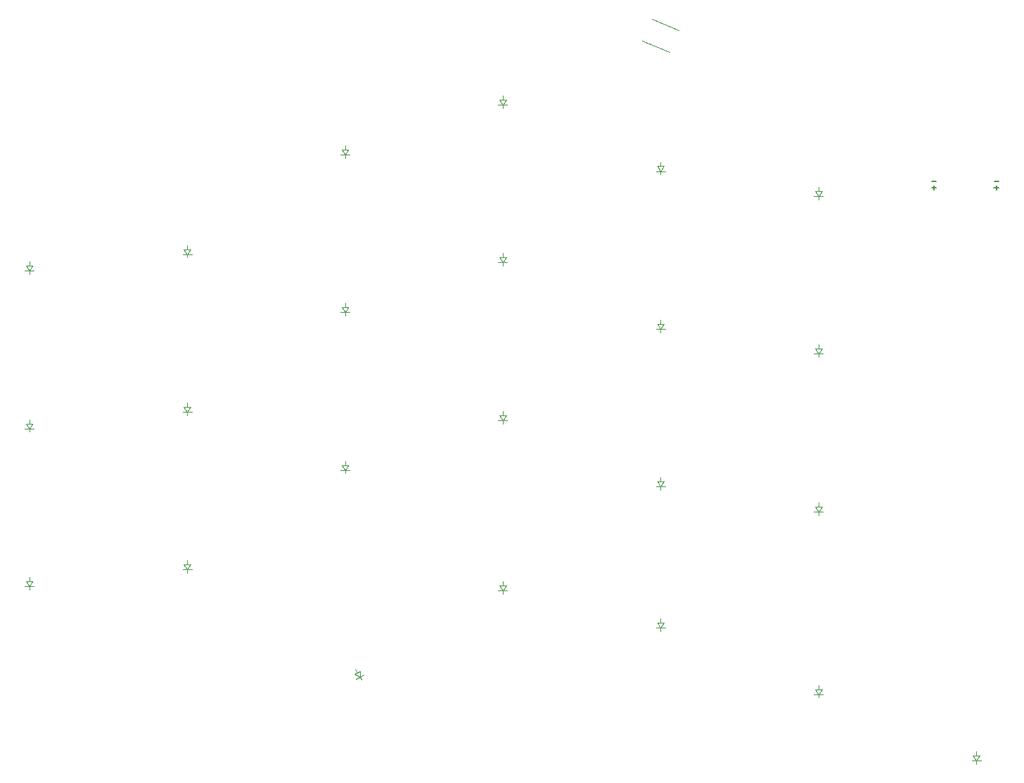
<source format=gbr>
%TF.GenerationSoftware,KiCad,Pcbnew,(6.0.9)*%
%TF.CreationDate,2023-04-16T18:35:51+02:00*%
%TF.ProjectId,iteMX_pcb,6974654d-585f-4706-9362-2e6b69636164,v1.0.0*%
%TF.SameCoordinates,Original*%
%TF.FileFunction,Legend,Bot*%
%TF.FilePolarity,Positive*%
%FSLAX46Y46*%
G04 Gerber Fmt 4.6, Leading zero omitted, Abs format (unit mm)*
G04 Created by KiCad (PCBNEW (6.0.9)) date 2023-04-16 18:35:51*
%MOMM*%
%LPD*%
G01*
G04 APERTURE LIST*
%ADD10C,0.150000*%
%ADD11C,0.100000*%
G04 APERTURE END LIST*
D10*
%TO.C,REF\u002A\u002A*%
X112146666Y44420000D02*
X111613333Y44420000D01*
X119706666Y44450000D02*
X119173333Y44450000D01*
X119666666Y43680000D02*
X119133333Y43680000D01*
X119400000Y43413333D02*
X119400000Y43946666D01*
X112176666Y43670000D02*
X111643333Y43670000D01*
X111910000Y43403333D02*
X111910000Y43936666D01*
D11*
%TO.C,D19*%
X42773076Y-15267211D02*
X43249390Y-14992211D01*
X42819486Y-14547596D02*
X42773076Y-15267211D01*
X42773076Y-15267211D02*
X42296762Y-15542211D01*
X42773076Y-15267211D02*
X42126666Y-14947596D01*
X42126666Y-14947596D02*
X42819486Y-14547596D01*
X42973076Y-15613621D02*
X42773076Y-15267211D01*
X42473076Y-14747596D02*
X42223076Y-14314583D01*
%TO.C,D18*%
X98400000Y43250000D02*
X98000000Y42650000D01*
X98000000Y42650000D02*
X97450000Y42650000D01*
X98000000Y42250000D02*
X98000000Y42650000D01*
X98000000Y42650000D02*
X98550000Y42650000D01*
X98000000Y42650000D02*
X97600000Y43250000D01*
X98000000Y43250000D02*
X98000000Y43750000D01*
X97600000Y43250000D02*
X98400000Y43250000D01*
%TO.C,D15*%
X79000000Y45650000D02*
X78600000Y46250000D01*
X79000000Y46250000D02*
X79000000Y46750000D01*
X79000000Y45250000D02*
X79000000Y45650000D01*
X79400000Y46250000D02*
X79000000Y45650000D01*
X79000000Y45650000D02*
X79550000Y45650000D01*
X78600000Y46250000D02*
X79400000Y46250000D01*
X79000000Y45650000D02*
X78450000Y45650000D01*
%TO.C,D10*%
X59600000Y16250000D02*
X60400000Y16250000D01*
X60400000Y16250000D02*
X60000000Y15650000D01*
X60000000Y15650000D02*
X60550000Y15650000D01*
X60000000Y15650000D02*
X59450000Y15650000D01*
X60000000Y16250000D02*
X60000000Y16750000D01*
X60000000Y15250000D02*
X60000000Y15650000D01*
X60000000Y15650000D02*
X59600000Y16250000D01*
%TO.C,D20*%
X59600000Y-4250000D02*
X60400000Y-4250000D01*
X60000000Y-5250000D02*
X60000000Y-4850000D01*
X60000000Y-4850000D02*
X59450000Y-4850000D01*
X60000000Y-4850000D02*
X60550000Y-4850000D01*
X60400000Y-4250000D02*
X60000000Y-4850000D01*
X60000000Y-4850000D02*
X59600000Y-4250000D01*
X60000000Y-4250000D02*
X60000000Y-3750000D01*
%TO.C,D3*%
X3000000Y33650000D02*
X2600000Y34250000D01*
X3000000Y34250000D02*
X3000000Y34750000D01*
X3000000Y33650000D02*
X2450000Y33650000D01*
X2600000Y34250000D02*
X3400000Y34250000D01*
X3000000Y33250000D02*
X3000000Y33650000D01*
X3000000Y33650000D02*
X3550000Y33650000D01*
X3400000Y34250000D02*
X3000000Y33650000D01*
%TO.C,D1*%
X3000000Y-3750000D02*
X3000000Y-3250000D01*
X3400000Y-3750000D02*
X3000000Y-4350000D01*
X3000000Y-4350000D02*
X2600000Y-3750000D01*
X3000000Y-4750000D02*
X3000000Y-4350000D01*
X3000000Y-4350000D02*
X2450000Y-4350000D01*
X2600000Y-3750000D02*
X3400000Y-3750000D01*
X3000000Y-4350000D02*
X3550000Y-4350000D01*
%TO.C,D9*%
X41000000Y47650000D02*
X40450000Y47650000D01*
X41000000Y47650000D02*
X41550000Y47650000D01*
X41400000Y48250000D02*
X41000000Y47650000D01*
X41000000Y47250000D02*
X41000000Y47650000D01*
X40600000Y48250000D02*
X41400000Y48250000D01*
X41000000Y48250000D02*
X41000000Y48750000D01*
X41000000Y47650000D02*
X40600000Y48250000D01*
%TO.C,D8*%
X41000000Y28650000D02*
X41550000Y28650000D01*
X41000000Y28650000D02*
X40600000Y29250000D01*
X41400000Y29250000D02*
X41000000Y28650000D01*
X41000000Y29250000D02*
X41000000Y29750000D01*
X41000000Y28250000D02*
X41000000Y28650000D01*
X41000000Y28650000D02*
X40450000Y28650000D01*
X40600000Y29250000D02*
X41400000Y29250000D01*
%TO.C,D13*%
X79000000Y8250000D02*
X79000000Y8750000D01*
X78600000Y8250000D02*
X79400000Y8250000D01*
X79000000Y7650000D02*
X78450000Y7650000D01*
X79000000Y7650000D02*
X78600000Y8250000D01*
X79000000Y7650000D02*
X79550000Y7650000D01*
X79400000Y8250000D02*
X79000000Y7650000D01*
X79000000Y7250000D02*
X79000000Y7650000D01*
%TO.C,REF\u002A\u002A*%
X77948637Y64014854D02*
X81175158Y62658549D01*
X76778749Y61360826D02*
X80051363Y59985146D01*
%TO.C,D23*%
X117000000Y-24750000D02*
X117000000Y-24250000D01*
X117000000Y-25350000D02*
X116450000Y-25350000D01*
X117000000Y-25350000D02*
X117550000Y-25350000D01*
X117000000Y-25350000D02*
X116600000Y-24750000D01*
X117400000Y-24750000D02*
X117000000Y-25350000D01*
X116600000Y-24750000D02*
X117400000Y-24750000D01*
X117000000Y-25750000D02*
X117000000Y-25350000D01*
%TO.C,D5*%
X22000000Y16650000D02*
X21600000Y17250000D01*
X22000000Y16650000D02*
X21450000Y16650000D01*
X21600000Y17250000D02*
X22400000Y17250000D01*
X22400000Y17250000D02*
X22000000Y16650000D01*
X22000000Y17250000D02*
X22000000Y17750000D01*
X22000000Y16650000D02*
X22550000Y16650000D01*
X22000000Y16250000D02*
X22000000Y16650000D01*
%TO.C,D12*%
X60000000Y53250000D02*
X60000000Y53650000D01*
X60000000Y54250000D02*
X60000000Y54750000D01*
X60000000Y53650000D02*
X59450000Y53650000D01*
X59600000Y54250000D02*
X60400000Y54250000D01*
X60000000Y53650000D02*
X60550000Y53650000D01*
X60000000Y53650000D02*
X59600000Y54250000D01*
X60400000Y54250000D02*
X60000000Y53650000D01*
%TO.C,D21*%
X79000000Y-9350000D02*
X79550000Y-9350000D01*
X78600000Y-8750000D02*
X79400000Y-8750000D01*
X79000000Y-9350000D02*
X78450000Y-9350000D01*
X79000000Y-9750000D02*
X79000000Y-9350000D01*
X79000000Y-9350000D02*
X78600000Y-8750000D01*
X79400000Y-8750000D02*
X79000000Y-9350000D01*
X79000000Y-8750000D02*
X79000000Y-8250000D01*
%TO.C,D17*%
X98000000Y23250000D02*
X98000000Y23650000D01*
X98000000Y24250000D02*
X98000000Y24750000D01*
X98000000Y23650000D02*
X97600000Y24250000D01*
X98000000Y23650000D02*
X97450000Y23650000D01*
X98000000Y23650000D02*
X98550000Y23650000D01*
X98400000Y24250000D02*
X98000000Y23650000D01*
X97600000Y24250000D02*
X98400000Y24250000D01*
%TO.C,D16*%
X98000000Y4650000D02*
X97450000Y4650000D01*
X98400000Y5250000D02*
X98000000Y4650000D01*
X98000000Y4650000D02*
X97600000Y5250000D01*
X98000000Y4650000D02*
X98550000Y4650000D01*
X98000000Y4250000D02*
X98000000Y4650000D01*
X98000000Y5250000D02*
X98000000Y5750000D01*
X97600000Y5250000D02*
X98400000Y5250000D01*
%TO.C,D11*%
X59600000Y35250000D02*
X60400000Y35250000D01*
X60000000Y34650000D02*
X60550000Y34650000D01*
X60000000Y35250000D02*
X60000000Y35750000D01*
X60400000Y35250000D02*
X60000000Y34650000D01*
X60000000Y34650000D02*
X59450000Y34650000D01*
X60000000Y34650000D02*
X59600000Y35250000D01*
X60000000Y34250000D02*
X60000000Y34650000D01*
%TO.C,D14*%
X78600000Y27250000D02*
X79400000Y27250000D01*
X79000000Y26250000D02*
X79000000Y26650000D01*
X79000000Y27250000D02*
X79000000Y27750000D01*
X79400000Y27250000D02*
X79000000Y26650000D01*
X79000000Y26650000D02*
X78600000Y27250000D01*
X79000000Y26650000D02*
X78450000Y26650000D01*
X79000000Y26650000D02*
X79550000Y26650000D01*
%TO.C,D4*%
X22000000Y-2350000D02*
X21450000Y-2350000D01*
X22000000Y-2750000D02*
X22000000Y-2350000D01*
X22000000Y-2350000D02*
X21600000Y-1750000D01*
X22000000Y-1750000D02*
X22000000Y-1250000D01*
X22000000Y-2350000D02*
X22550000Y-2350000D01*
X21600000Y-1750000D02*
X22400000Y-1750000D01*
X22400000Y-1750000D02*
X22000000Y-2350000D01*
%TO.C,D7*%
X41400000Y10250000D02*
X41000000Y9650000D01*
X41000000Y9650000D02*
X41550000Y9650000D01*
X41000000Y9650000D02*
X40600000Y10250000D01*
X40600000Y10250000D02*
X41400000Y10250000D01*
X41000000Y10250000D02*
X41000000Y10750000D01*
X41000000Y9250000D02*
X41000000Y9650000D01*
X41000000Y9650000D02*
X40450000Y9650000D01*
%TO.C,D2*%
X3000000Y14250000D02*
X3000000Y14650000D01*
X2600000Y15250000D02*
X3400000Y15250000D01*
X3000000Y14650000D02*
X2450000Y14650000D01*
X3000000Y14650000D02*
X3550000Y14650000D01*
X3400000Y15250000D02*
X3000000Y14650000D01*
X3000000Y14650000D02*
X2600000Y15250000D01*
X3000000Y15250000D02*
X3000000Y15750000D01*
%TO.C,D6*%
X22000000Y35250000D02*
X22000000Y35650000D01*
X22000000Y35650000D02*
X22550000Y35650000D01*
X22400000Y36250000D02*
X22000000Y35650000D01*
X22000000Y36250000D02*
X22000000Y36750000D01*
X22000000Y35650000D02*
X21450000Y35650000D01*
X22000000Y35650000D02*
X21600000Y36250000D01*
X21600000Y36250000D02*
X22400000Y36250000D01*
%TO.C,D22*%
X98000000Y-17350000D02*
X97600000Y-16750000D01*
X98000000Y-17750000D02*
X98000000Y-17350000D01*
X98000000Y-16750000D02*
X98000000Y-16250000D01*
X98000000Y-17350000D02*
X97450000Y-17350000D01*
X98400000Y-16750000D02*
X98000000Y-17350000D01*
X97600000Y-16750000D02*
X98400000Y-16750000D01*
X98000000Y-17350000D02*
X98550000Y-17350000D01*
%TD*%
M02*

</source>
